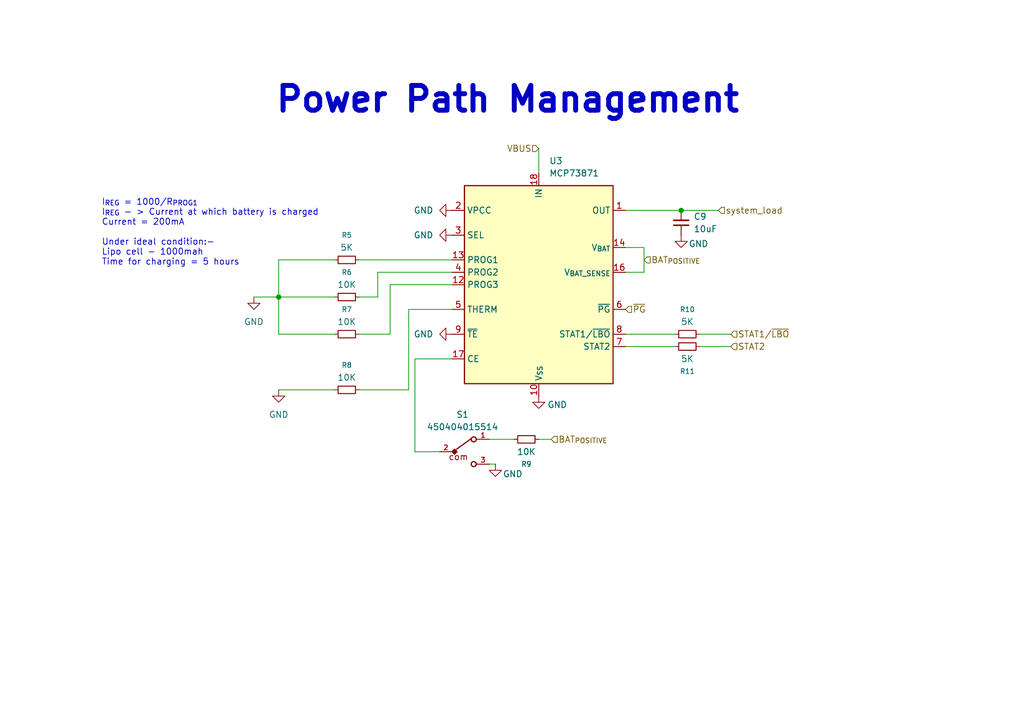
<source format=kicad_sch>
(kicad_sch (version 20250114) (generator "eeschema") (generator_version "9.0")
  (paper "A5")
  (title_block (title "Wireless Keyboard (MCP73871) "))
  (lib_symbols
    (symbol "Battery_Management:MCP73871"
      (property "Reference" "U" (at -7.62 24.13 0))
      (property "Value" "MCP73871" (at -15.24 21.59 0))
      (symbol "MCP73871_0_1"
        (rectangle (start -15.24 20.32) (end 15.24 -20.32) (stroke (width 0.254)) (fill (type background)))
      )
      (symbol "MCP73871_1_1"
        (pin input line (at -17.78 15.24 0) (length 2.54) (name "VPCC") (number "2"))
        (pin input line (at -17.78 10.16 0) (length 2.54) (name "SEL") (number "3"))
        (pin bidirectional line (at -17.78 5.08 0) (length 2.54) (name "PROG1") (number "13"))
        (pin input line (at -17.78 2.54 0) (length 2.54) (name "PROG2") (number "4"))
        (pin bidirectional line (at -17.78 0 0) (length 2.54) (name "PROG3") (number "12"))
        (pin bidirectional line (at -17.78 -5.08 0) (length 2.54) (name "THERM") (number "5"))
        (pin input line (at -17.78 -10.16 0) (length 2.54) (name "~{TE}") (number "9"))
        (pin input line (at -17.78 -15.24 0) (length 2.54) (name "CE") (number "17"))
        (pin power_in line (at 0 22.86 270) (length 2.54) (name "IN") (number "18"))
        (pin passive line (at 0 22.86 270) (length 2.54) (hide yes) (name "IN") (number "19"))
        (pin power_in line (at 0 -22.86 90) (length 2.54) (name "V_{SS}") (number "10"))
        (pin passive line (at 0 -22.86 90) (length 2.54) (hide yes) (name "V_{SS}") (number "11"))
        (pin passive line (at 0 -22.86 90) (length 2.54) (hide yes) (name "V_{SS}") (number "21"))
        (pin power_out line (at 17.78 15.24 180) (length 2.54) (name "OUT") (number "1"))
        (pin passive line (at 17.78 15.24 180) (length 2.54) (hide yes) (name "OUT") (number "20"))
        (pin power_out line (at 17.78 7.62 180) (length 2.54) (name "V_{BAT}") (number "14"))
        (pin passive line (at 17.78 7.62 180) (length 2.54) (hide yes) (name "V_{BAT}") (number "15"))
        (pin input line (at 17.78 2.54 180) (length 2.54) (name "V_{BAT_SENSE}") (number "16"))
        (pin open_collector line (at 17.78 -5.08 180) (length 2.54) (name "~{PG}") (number "6"))
        (pin open_collector line (at 17.78 -10.16 180) (length 2.54) (name "STAT1/~{LBO}") (number "8"))
        (pin open_collector line (at 17.78 -12.7 180) (length 2.54) (name "STAT2") (number "7"))
      )
    )
    (symbol "Device:C_Small" (pin_numbers (hide yes)) (pin_names (offset 0.254) (hide yes))
      (property "Reference" "C" (at 0.254 1.778 0))
      (property "Value" "C_Small" (at 0.254 -2.032 0))
      (symbol "C_Small_0_1"
        (polyline (pts (xy -1.524 0.508) (xy 1.524 0.508)) (stroke (width 0.3048)))
        (polyline (pts (xy -1.524 -0.508) (xy 1.524 -0.508)) (stroke (width 0.3302)))
      )
      (symbol "C_Small_1_1"
        (pin passive line (at 0 2.54 270) (length 2.032) (name "~") (number "1"))
        (pin passive line (at 0 -2.54 90) (length 2.032) (name "~") (number "2"))
      )
    )
    (symbol "Device:R_Small" (pin_numbers (hide yes)) (pin_names (offset 0.254) (hide yes))
      (property "Reference" "R" (at 0 0 90))
      (property "Value" "R_Small" (at 1.778 0 90))
      (symbol "R_Small_0_1"
        (rectangle (start -0.762 1.778) (end 0.762 -1.778) (stroke (width 0.2032)))
      )
      (symbol "R_Small_1_1"
        (pin passive line (at 0 2.54 270) (length 0.762) (name "~") (number "1"))
        (pin passive line (at 0 -2.54 90) (length 0.762) (name "~") (number "2"))
      )
    )
    (symbol "myLibrary:450404015514" (pin_names (offset 1.016))
      (property "Reference" "S" (at 2.14 4.11 0))
      (property "Value" "450404015514" (at -2.41 -5.12 0))
      (symbol "450404015514_0_0"
        (polyline (pts (xy -2.032 -0.508) (xy -2.54 0) (xy -2.032 0.508) (xy -1.524 0) (xy -2.032 -0.508)) (stroke (width 0.254)) (fill (type outline)))
        (polyline (pts (xy -1.646 0.5) (xy 1.4 2.7)) (stroke (width 0.254)))
        (circle (center 1.905 2.54) (radius 0.508) (stroke (width 0.254)))
        (circle (center 1.905 -2.54) (radius 0.508) (stroke (width 0.254)))
        (text "com" (at -3.3 -1.8 0) (effects (font (size 1.27 1.27)) (justify left bottom)))
        (pin passive line (at -5.08 0 0) (length 2.54) (name "~") (number "2"))
        (pin passive line (at 5.08 2.54 180) (length 2.54) (name "~") (number "1"))
        (pin passive line (at 5.08 -2.54 180) (length 2.54) (name "~") (number "3"))
      )
    )
    (symbol "power:GND" (power) (pin_numbers (hide yes)) (pin_names (offset 0) (hide yes))
      (property "Value" "GND" (at 0 -3.81 0))
      (symbol "GND_0_1"
        (polyline (pts (xy 0 0) (xy 0 -1.27) (xy 1.27 -1.27) (xy 0 -2.54) (xy -1.27 -1.27) (xy 0 -1.27)))
      )
      (symbol "GND_1_1"
        (pin power_in line (at 0 0 270) (length 0) (name "~") (number "1"))
      )
    )
  )
  (text "I_{REG} = 1000/R_{PROG1}\nI_{REG} - > Current at which battery is charged\nCurrent = 200mA\n\nUnder ideal condition:-\nLipo cell - 1000mah\nTime for charging = 5 hours" (at 20.828 47.752 0) (effects (font (size 1.27 1.27)) (justify left)))
  (text_box "Power Path Management" (at 46.99 16.51 0) (size 114.3 7.62) (margins 0.9525 0.9525 0.9525 0.9525) (stroke (width -0.0001) (type dot)) (effects (font (size 5.08 5.08) (thickness 1.016) (bold yes))))
  (junction (at 139.7 43.18))
  (junction (at 57.15 60.96))
  (wire (pts (xy 57.15 60.96) (xy 57.15 53.34)))
  (wire (pts (xy 100.33 90.17) (xy 105.41 90.17)))
  (wire (pts (xy 90.17 92.71) (xy 85.09 92.71)))
  (wire (pts (xy 132.08 55.88) (xy 132.08 50.8)))
  (wire (pts (xy 92.71 73.66) (xy 85.09 73.66)))
  (wire (pts (xy 128.27 43.18) (xy 139.7 43.18)))
  (wire (pts (xy 57.15 60.96) (xy 57.15 68.58)))
  (wire (pts (xy 128.27 55.88) (xy 132.08 55.88)))
  (wire (pts (xy 57.15 60.96) (xy 68.58 60.96)))
  (wire (pts (xy 73.66 53.34) (xy 92.71 53.34)))
  (wire (pts (xy 143.51 71.12) (xy 149.86 71.12)))
  (wire (pts (xy 77.47 60.96) (xy 73.66 60.96)))
  (wire (pts (xy 57.15 68.58) (xy 68.58 68.58)))
  (wire (pts (xy 85.09 73.66) (xy 85.09 92.71)))
  (wire (pts (xy 139.7 43.18) (xy 147.32 43.18)))
  (wire (pts (xy 92.71 63.5) (xy 83.82 63.5)))
  (wire (pts (xy 57.15 53.34) (xy 68.58 53.34)))
  (wire (pts (xy 73.66 80.01) (xy 83.82 80.01)))
  (wire (pts (xy 128.27 50.8) (xy 132.08 50.8)))
  (wire (pts (xy 80.01 58.42) (xy 80.01 68.58)))
  (wire (pts (xy 57.15 80.01) (xy 68.58 80.01)))
  (wire (pts (xy 143.51 68.58) (xy 149.86 68.58)))
  (wire (pts (xy 110.49 30.48) (xy 110.49 35.56)))
  (wire (pts (xy 77.47 55.88) (xy 77.47 60.96)))
  (wire (pts (xy 52.07 60.96) (xy 57.15 60.96)))
  (wire (pts (xy 128.27 71.12) (xy 138.43 71.12)))
  (wire (pts (xy 100.33 95.25) (xy 101.6 95.25)))
  (wire (pts (xy 128.27 68.58) (xy 138.43 68.58)))
  (wire (pts (xy 92.71 55.88) (xy 77.47 55.88)))
  (wire (pts (xy 92.71 58.42) (xy 80.01 58.42)))
  (wire (pts (xy 110.49 90.17) (xy 113.03 90.17)))
  (wire (pts (xy 83.82 63.5) (xy 83.82 80.01)))
  (wire (pts (xy 80.01 68.58) (xy 73.66 68.58)))
  (hierarchical_label "system_load" (shape input) (at 147.32 43.18 0))
  (hierarchical_label "BAT_{POSITIVE}" (shape input) (at 132.08 53.34 0))
  (hierarchical_label "STAT2" (shape input) (at 149.86 71.12 0))
  (hierarchical_label "BAT_{POSITIVE}" (shape input) (at 113.03 90.17 0))
  (hierarchical_label "~{PG}" (shape input) (at 128.27 63.5 0))
  (hierarchical_label "STAT1/~{LBO}" (shape input) (at 149.86 68.58 0))
  (hierarchical_label "VBUS" (shape input) (at 110.49 30.48 180))
  (symbol (lib_id "power:GND") (at 57.15 80.01 0) (unit 1)
    (property "Reference" "#PWR09" (effects (hide yes)))
    (property "Value" "GND" (at 57.15 85.09 0))
    (property "Description" "Power symbol creates a global label with name \"GND\" , ground" (effects (hide yes)))
  )
  (symbol (lib_id "Device:R_Small") (at 107.95 90.17 90) (unit 1)
    (property "Reference" "R9" (at 107.95 95.25 90) (effects (font (size 1.016 1.016))))
    (property "Value" "10K" (at 107.95 92.71 90))
    (property "Footprint" "Resistor_SMD:R_0603_1608Metric" (effects (hide yes)))
    (property "Description" "Resistor, small symbol" (effects (hide yes)))
  )
  (symbol (lib_id "power:GND") (at 110.49 81.28 0) (unit 1)
    (property "Reference" "#PWR012" (effects (hide yes)))
    (property "Value" "GND" (at 114.3 83.058 0))
    (property "Description" "Power symbol creates a global label with name \"GND\" , ground" (effects (hide yes)))
  )
  (symbol (lib_id "power:GND") (at 92.71 48.26 270) (unit 1)
    (property "Reference" "#PWR017" (effects (hide yes)))
    (property "Value" "GND" (at 88.9 48.2599 90) (effects (justify right)))
    (property "Description" "Power symbol creates a global label with name \"GND\" , ground" (effects (hide yes)))
  )
  (symbol (lib_id "Device:R_Small") (at 71.12 53.34 90) (unit 1)
    (property "Reference" "R5" (at 71.12 48.26 90) (effects (font (size 1.016 1.016))))
    (property "Value" "5K" (at 71.12 50.8 90))
    (property "Footprint" "Resistor_SMD:R_0603_1608Metric" (effects (hide yes)))
    (property "Description" "Resistor, small symbol" (effects (hide yes)))
  )
  (symbol (lib_id "myLibrary:450404015514") (at 95.25 92.71 0) (unit 1)
    (property "Reference" "S1" (at 94.87 85.09 0))
    (property "Value" "450404015514" (at 94.87 87.63 0))
    (property "Footprint" "myLibrary:450404015514" (effects (hide yes)))
    (property "DigiKey_Part_Number" "732-13665-2-ND" (effects (hide yes)))
    (property "SnapEDA_Link" "https://www.snapeda.com/parts/450404015514/W%25C3%25BCrth+Elektronik+Midcom/view-part/?ref=snap" (effects (hide yes)))
    (property "Description_1" "Slide Switch SPDT Surface Mount" (effects (hide yes)))
    (property "MF" "Würth Elektronik" (effects (hide yes)))
    (property "Package" "None" (effects (hide yes)))
    (property "Check_prices" "https://www.snapeda.com/parts/450404015514/W%25C3%25BCrth+Elektronik+Midcom/view-part/?ref=eda" (effects (hide yes)))
    (property "MP" "450404015514" (effects (hide yes)))
  )
  (symbol (lib_id "power:GND") (at 101.6 95.25 0) (unit 1)
    (property "Reference" "#PWR018" (effects (hide yes)))
    (property "Value" "GND" (at 105.156 97.282 0))
    (property "Description" "Power symbol creates a global label with name \"GND\" , ground" (effects (hide yes)))
  )
  (symbol (lib_id "Device:C_Small") (at 139.7 45.72 180) (unit 1)
    (property "Reference" "C9" (at 142.24 44.4435 0) (effects (justify right)))
    (property "Value" "10uF" (at 142.24 46.9835 0) (effects (justify right)))
    (property "Footprint" "Capacitor_SMD:C_0603_1608Metric" (effects (hide yes)))
    (property "Description" "Unpolarized capacitor, small symbol" (effects (hide yes)))
  )
  (symbol (lib_id "power:GND") (at 139.7 48.26 0) (unit 1)
    (property "Reference" "#PWR02" (effects (hide yes)))
    (property "Value" "GND" (at 143.256 50.038 0))
    (property "Description" "Power symbol creates a global label with name \"GND\" , ground" (effects (hide yes)))
  )
  (symbol (lib_id "power:GND") (at 52.07 60.96 0) (unit 1)
    (property "Reference" "#PWR010" (effects (hide yes)))
    (property "Value" "GND" (at 52.07 66.04 0))
    (property "Description" "Power symbol creates a global label with name \"GND\" , ground" (effects (hide yes)))
  )
  (symbol (lib_id "power:GND") (at 92.71 43.18 270) (unit 1)
    (property "Reference" "#PWR016" (effects (hide yes)))
    (property "Value" "GND" (at 88.9 43.1799 90) (effects (justify right)))
    (property "Description" "Power symbol creates a global label with name \"GND\" , ground" (effects (hide yes)))
  )
  (symbol (lib_id "Device:R_Small") (at 71.12 80.01 90) (unit 1)
    (property "Reference" "R8" (at 71.12 74.93 90) (effects (font (size 1.016 1.016))))
    (property "Value" "10K" (at 71.12 77.47 90))
    (property "Footprint" "Resistor_SMD:R_0603_1608Metric" (effects (hide yes)))
    (property "Description" "Resistor, small symbol" (effects (hide yes)))
  )
  (symbol (lib_id "Device:R_Small") (at 71.12 60.96 90) (unit 1)
    (property "Reference" "R6" (at 71.12 55.88 90) (effects (font (size 1.016 1.016))))
    (property "Value" "10K" (at 71.12 58.42 90))
    (property "Footprint" "Resistor_SMD:R_0603_1608Metric" (effects (hide yes)))
    (property "Description" "Resistor, small symbol" (effects (hide yes)))
  )
  (symbol (lib_id "Device:R_Small") (at 140.97 71.12 90) (mirror x) (unit 1)
    (property "Reference" "R11" (at 140.97 76.2 90) (effects (font (size 1.016 1.016))))
    (property "Value" "5K" (at 140.97 73.66 90))
    (property "Footprint" "Resistor_SMD:R_0603_1608Metric" (effects (hide yes)))
    (property "Description" "Resistor, small symbol" (effects (hide yes)))
  )
  (symbol (lib_id "Device:R_Small") (at 140.97 68.58 90) (unit 1)
    (property "Reference" "R10" (at 140.97 63.5 90) (effects (font (size 1.016 1.016))))
    (property "Value" "5K" (at 140.97 66.04 90))
    (property "Footprint" "Resistor_SMD:R_0603_1608Metric" (effects (hide yes)))
    (property "Description" "Resistor, small symbol" (effects (hide yes)))
  )
  (symbol (lib_id "Device:R_Small") (at 71.12 68.58 90) (unit 1)
    (property "Reference" "R7" (at 71.12 63.5 90) (effects (font (size 1.016 1.016))))
    (property "Value" "10K" (at 71.12 66.04 90))
    (property "Footprint" "Resistor_SMD:R_0603_1608Metric" (effects (hide yes)))
    (property "Description" "Resistor, small symbol" (effects (hide yes)))
  )
  (symbol (lib_id "power:GND") (at 92.71 68.58 270) (unit 1)
    (property "Reference" "#PWR011" (effects (hide yes)))
    (property "Value" "GND" (at 88.9 68.5799 90) (effects (justify right)))
    (property "Description" "Power symbol creates a global label with name \"GND\" , ground" (effects (hide yes)))
  )
  (symbol (lib_id "Battery_Management:MCP73871") (at 110.49 58.42 0) (unit 1)
    (property "Reference" "U3" (at 112.6333 33.02 0) (effects (justify left)))
    (property "Value" "MCP73871" (at 112.6333 35.56 0) (effects (justify left)))
    (property "Footprint" "Package_DFN_QFN:QFN-20-1EP_4x4mm_P0.5mm_EP2.5x2.5mm" (effects (hide yes)))
    (property "Datasheet" "http://www.mouser.com/ds/2/268/22090a-52174.pdf" (effects (hide yes)))
    (property "Description" "Single cell, Li-Ion/Li-Po charge management controller" (effects (hide yes)))
  )
)
</source>
